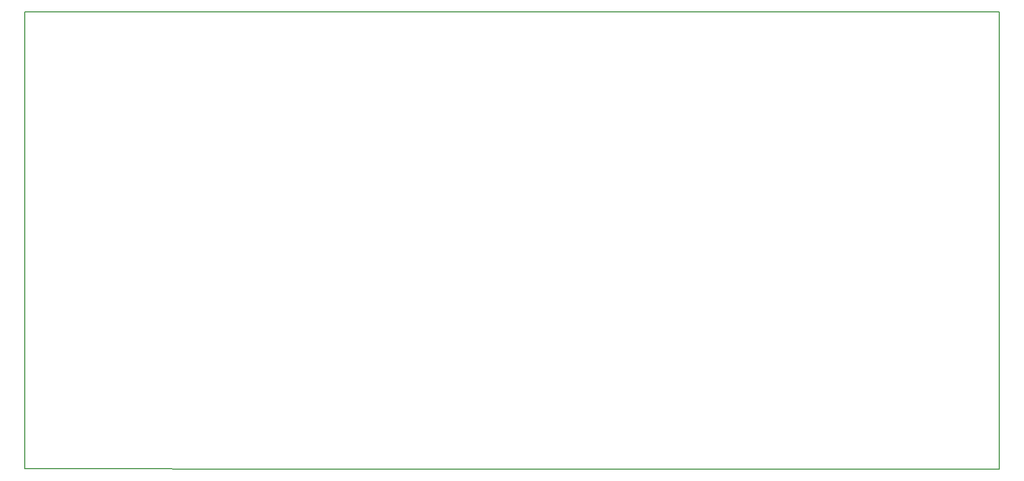
<source format=gko>
G04 #@! TF.GenerationSoftware,KiCad,Pcbnew,7.0.10-7.0.10~ubuntu22.04.1*
G04 #@! TF.CreationDate,2024-01-19T21:36:50+00:00*
G04 #@! TF.ProjectId,uaeficopiedtovfr,75616566-6963-46f7-9069-6564746f7666,rev?*
G04 #@! TF.SameCoordinates,Original*
G04 #@! TF.FileFunction,Profile,NP*
%FSLAX46Y46*%
G04 Gerber Fmt 4.6, Leading zero omitted, Abs format (unit mm)*
G04 Created by KiCad (PCBNEW 7.0.10-7.0.10~ubuntu22.04.1) date 2024-01-19 21:36:50*
%MOMM*%
%LPD*%
G01*
G04 APERTURE LIST*
G04 #@! TA.AperFunction,Profile*
%ADD10C,0.150000*%
G04 #@! TD*
G04 APERTURE END LIST*
D10*
X48775000Y31000D02*
X160000000Y56000D01*
X0Y75106000D02*
X0Y76000D01*
X160000000Y75106000D02*
X160000000Y56000D01*
X0Y76000D02*
X48775000Y31000D01*
X0Y75106000D02*
X160000000Y75106000D01*
M02*

</source>
